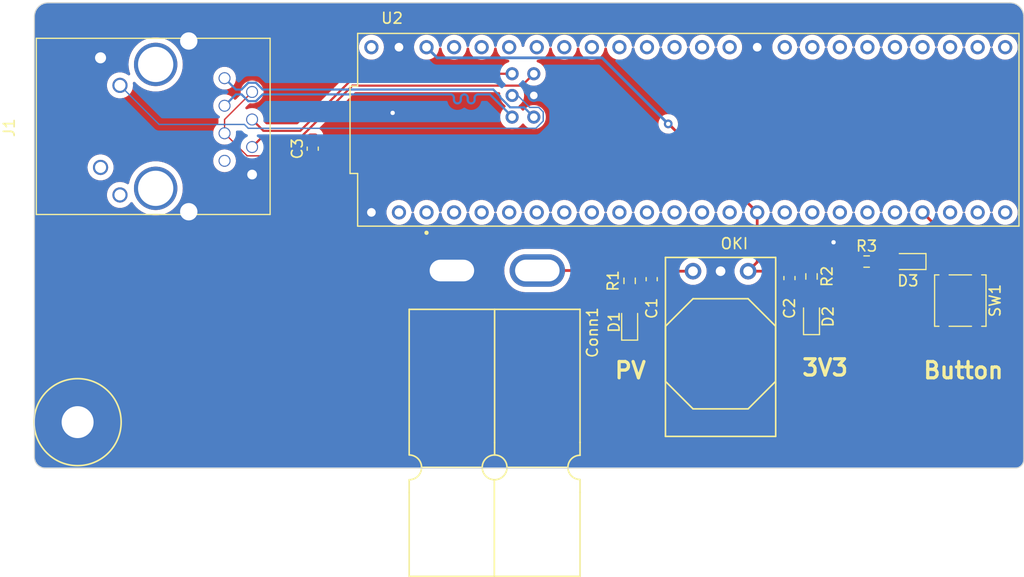
<source format=kicad_pcb>
(kicad_pcb (version 20221018) (generator pcbnew)
  (layers (0 "F.Cu" signal) (31 "B.Cu" signal) (34 "B.Paste" user) (35 "F.Paste" user) (36 "B.SilkS" user "B.Silkscreen") (37 "F.SilkS" user "F.Silkscreen") (38 "B.Mask" user) (39 "F.Mask" user) (44 "Edge.Cuts" user))
  (net 0 "")
  (net 1 "PV")
  (net 2 "GND")
  (net 3 "+3V3")
  (net 4 "Net-(C3-Pad2)")
  (net 5 "Net-(D1-A)")
  (net 6 "Net-(D2-A)")
  (net 7 "Test_Button")
  (net 8 "Net-(D3-A)")
  (net 10 "Net-(J1-Pad10)")
  (net 12 "/T+")
  (net 13 "/T-")
  (net 15 "/R+")
  (net 16 "/R-")
  (footprint "MRDT_Shields:Teensy_4_1_Ethernet" (layer "F.Cu") (at 150.95 82.84)
    (fp_text reference "U2" (at -27.305 -10.295) (layer "F.SilkS"))
    (fp_text value "Teensy4.1_DEV-16771")
    (fp_line (start -31.18 4.03) (end -31.18 -4.03) (stroke (width 0.127)) (layer "F.SilkS"))
    (fp_line (start -30.48 -8.89) (end -30.48 -4.03) (stroke (width 0.127)) (layer "F.SilkS"))
    (fp_line (start -30.48 -8.89) (end 30.48 -8.89) (stroke (width 0.127)) (layer "F.SilkS"))
    (fp_line (start -30.48 -4.03) (end -31.18 -4.03) (stroke (width 0.127)) (layer "F.SilkS"))
    (fp_line (start -30.48 4.03) (end -31.18 4.03) (stroke (width 0.127)) (layer "F.SilkS"))
    (fp_line (start -30.48 8.89) (end -30.48 4.03) (stroke (width 0.127)) (layer "F.SilkS"))
    (fp_line (start 30.48 -8.89) (end 30.48 8.89) (stroke (width 0.127)) (layer "F.SilkS"))
    (fp_line (start 30.48 8.89) (end -30.48 8.89) (stroke (width 0.127)) (layer "F.SilkS"))
    (fp_circle (center -24.13 9.5) (end -24.03 9.5) (stroke (width 0.2)) (fill none) (layer "F.SilkS"))
    (pad "0" thru_hole circle (at -26.67 7.62) (size 1.308 1.308) (drill 0.8) (layers "*.Cu" "*.Mask"))
    (pad "1" thru_hole circle (at -24.13 7.62) (size 1.308 1.308) (drill 0.8) (layers "*.Cu" "*.Mask"))
    (pad "2" thru_hole circle (at -21.59 7.62) (size 1.308 1.308) (drill 0.8) (layers "*.Cu" "*.Mask"))
    (pad "3" thru_hole circle (at -19.05 7.62) (size 1.308 1.308) (drill 0.8) (layers "*.Cu" "*.Mask"))
    (pad "3.3V_1" thru_hole circle (at 6.35 7.62) (size 1.308 1.308) (drill 0.8) (layers "*.Cu" "*.Mask") (net 3 "+3V3"))
    (pad "3.3V_2" thru_hole circle (at -24.13 -7.62) (size 1.308 1.308) (drill 0.8) (layers "*.Cu" "*.Mask") (net 3 "+3V3"))
    (pad "4" thru_hole circle (at -16.51 7.62) (size 1.308 1.308) (drill 0.8) (layers "*.Cu" "*.Mask"))
    (pad "5" thru_hole circle (at -13.97 7.62) (size 1.308 1.308) (drill 0.8) (layers "*.Cu" "*.Mask"))
    (pad "6" thru_hole circle (at -11.43 7.62) (size 1.308 1.308) (drill 0.8) (layers "*.Cu" "*.Mask"))
    (pad "7" thru_hole circle (at -8.89 7.62) (size 1.308 1.308) (drill 0.8) (layers "*.Cu" "*.Mask"))
    (pad "8" thru_hole circle (at -6.35 7.62) (size 1.308 1.308) (drill 0.8) (layers "*.Cu" "*.Mask"))
    (pad "9" thru_hole circle (at -3.81 7.62) (size 1.308 1.308) (drill 0.8) (layers "*.Cu" "*.Mask"))
    (pad "10" thru_hole circle (at -1.27 7.62) (size 1.308 1.308) (drill 0.8) (layers "*.Cu" "*.Mask"))
    (pad "11" thru_hole circle (at 1.27 7.62) (size 1.308 1.308) (drill 0.8) (layers "*.Cu" "*.Mask"))
    (pad "12" thru_hole circle (at 3.81 7.62) (size 1.308 1.308) (drill 0.8) (layers "*.Cu" "*.Mask"))
    (pad "13" thru_hole circle (at 3.81 -7.62) (size 1.308 1.308) (drill 0.8) (layers "*.Cu" "*.Mask"))
    (pad "14" thru_hole circle (at 1.27 -7.62) (size 1.308 1.308) (drill 0.8) (layers "*.Cu" "*.Mask"))
    (pad "15" thru_hole circle (at -1.27 -7.62) (size 1.308 1.308) (drill 0.8) (layers "*.Cu" "*.Mask"))
    (pad "16" thru_hole circle (at -3.81 -7.62) (size 1.308 1.308) (drill 0.8) (layers "*.Cu" "*.Mask"))
    (pad "17" thru_hole circle (at -6.35 -7.62) (size 1.308 1.308) (drill 0.8) (layers "*.Cu" "*.Mask"))
    (pad "18" thru_hole circle (at -8.89 -7.62) (size 1.308 1.308) (drill 0.8) (layers "*.Cu" "*.Mask"))
    (pad "19" thru_hole circle (at -11.43 -7.62) (size 1.308 1.308) (drill 0.8) (layers "*.Cu" "*.Mask"))
    (pad "20" thru_hole circle (at -13.97 -7.62) (size 1.308 1.308) (drill 0.8) (layers "*.Cu" "*.Mask"))
    (pad "21" thru_hole circle (at -16.51 -7.62) (size 1.308 1.308) (drill 0.8) (layers "*.Cu" "*.Mask"))
    (pad "22" thru_hole circle (at -19.05 -7.62) (size 1.308 1.308) (drill 0.8) (layers "*.Cu" "*.Mask"))
    (pad "23" thru_hole circle (at -21.59 -7.62) (size 1.308 1.308) (drill 0.8) (layers "*.Cu" "*.Mask"))
    (pad "24" thru_hole circle (at 8.89 7.62) (size 1.308 1.308) (drill 0.8) (layers "*.Cu" "*.Mask"))
    (pad "25" thru_hole circle (at 11.43 7.62) (size 1.308 1.308) (drill 0.8) (layers "*.Cu" "*.Mask"))
    (pad "26" thru_hole circle (at 13.97 7.62) (size 1.308 1.308) (drill 0.8) (layers "*.Cu" "*.Mask"))
    (pad "27" thru_hole circle (at 16.51 7.62) (size 1.308 1.308) (drill 0.8) (layers "*.Cu" "*.Mask"))
    (pad "28" thru_hole circle (at 19.05 7.62) (size 1.308 1.308) (drill 0.8) (layers "*.Cu" "*.Mask"))
    (pad "29" thru_hole circle (at 21.59 7.62) (size 1.308 1.308) (drill 0.8) (layers "*.Cu" "*.Mask") (net 7 "Test_Button"))
    (pad "30" thru_hole circle (at 24.13 7.62) (size 1.308 1.308) (drill 0.8) (layers "*.Cu" "*.Mask"))
    (pad "31" thru_hole circle (at 26.67 7.62) (size 1.308 1.308) (drill 0.8) (layers "*.Cu" "*.Mask"))
    (pad "32" thru_hole circle (at 29.21 7.62) (size 1.308 1.308) (drill 0.8) (layers "*.Cu" "*.Mask"))
    (pad "33" thru_hole circle (at 29.21 -7.62) (size 1.308 1.308) (drill 0.8) (layers "*.Cu" "*.Mask"))
    (pad "34" thru_hole circle (at 26.67 -7.62) (size 1.308 1.308) (drill 0.8) (layers "*.Cu" "*.Mask"))
    (pad "35" thru_hole circle (at 24.13 -7.62) (size 1.308 1.308) (drill 0.8) (layers "*.Cu" "*.Mask"))
    (pad "36" thru_hole circle (at 21.59 -7.62) (size 1.308 1.308) (drill 0.8) (layers "*.Cu" "*.Mask"))
    (pad "37" thru_hole circle (at 19.05 -7.62) (size 1.308 1.308) (drill 0.8) (layers "*.Cu" "*.Mask"))
    (pad "38" thru_hole circle (at 16.51 -7.62) (size 1.308 1.308) (drill 0.8) (layers "*.Cu" "*.Mask"))
    (pad "39" thru_hole circle (at 13.97 -7.62) (size 1.308 1.308) (drill 0.8) (layers "*.Cu" "*.Mask"))
    (pad "40" thru_hole circle (at 11.43 -7.62) (size 1.308 1.308) (drill 0.8) (layers "*.Cu" "*.Mask"))
    (pad "41" thru_hole circle (at 8.89 -7.62) (size 1.308 1.308) (drill 0.8) (layers "*.Cu" "*.Mask"))
    (pad "GND1" thru_hole circle (at -29.21 7.62) (size 1.308 1.308) (drill 0.8) (layers "*.Cu" "*.Mask") (net 2 "GND"))
    (pad "GND2" thru_hole circle (at 6.35 -7.62) (size 1.308 1.308) (drill 0.8) (layers "*.Cu" "*.Mask") (net 2 "GND"))
    (pad "GND3" thru_hole circle (at -26.67 -7.62) (size 1.308 1.308) (drill 0.8) (layers "*.Cu" "*.Mask") (net 2 "GND"))
    (pad "GND5" thru_hole circle (at -14.24 -3.17) (size 1.208 1.208) (drill 0.7) (layers "*.Cu" "*.Mask") (net 2 "GND"))
    (pad "LED" thru_hole circle (at -16.24 -3.17) (size 1.208 1.208) (drill 0.7) (layers "*.Cu" "*.Mask") (net 10 "Net-(J1-Pad10)"))
    (pad "R+" thru_hole circle (at -16.24 -5.17) (size 1.208 1.208) (drill 0.7) (layers "*.Cu" "*.Mask") (net 15 "/R+"))
    (pad "R-" thru_hole circle (at -14.24 -5.17) (size 1.208 1.208) (drill 0.7) (layers "*.Cu" "*.Mask") (net 16 "/R-"))
    (pad "T+" thru_hole circle (at -14.24 -1.17) (size 1.208 1.208) (drill 0.7) (layers "*.Cu" "*.Mask") (net 12 "/T+"))
    (pad "T-" thru_hole circle (at -16.24 -1.17) (size 1.208 1.208) (drill 0.7) (layers "*.Cu" "*.Mask") (net 13 "/T-"))
    (pad "VIN" thru_hole circle (at -29.21 -7.62) (size 1.308 1.308) (drill 0.8) (layers "*.Cu" "*.Mask"))
  )
  (footprint "LED_SMD:LED_0603_1608Metric_Pad1.05x0.95mm_HandSolder" (layer "F.Cu") (at 171.196 94.996 180)
    (fp_text reference "D3" (at 0 -1.778) (layer "F.SilkS"))
    (fp_text value "Blue")
    (fp_line (start -1.66 -0.735) (end -1.66 0.735) (stroke (width 0.12)) (layer "F.SilkS"))
    (fp_line (start -1.66 0.735) (end 0.8 0.735) (stroke (width 0.12)) (layer "F.SilkS"))
    (fp_line (start 0.8 -0.735) (end -1.66 -0.735) (stroke (width 0.12)) (layer "F.SilkS"))
    (pad "1" smd roundrect (at -0.875 0 180) (size 1.05 0.95) (layers "F.Cu" "F.Paste" "F.Mask") (net 7 "Test_Button"))
    (pad "2" smd roundrect (at 0.875 0 180) (size 1.05 0.95) (layers "F.Cu" "F.Paste" "F.Mask") (net 8 "Net-(D3-A)"))
  )
  (footprint "LED_SMD:LED_0603_1608Metric_Pad1.05x0.95mm_HandSolder" (layer "F.Cu") (at 145.542 100.584 90)
    (fp_text reference "D1" (at 0 -1.43 90) (layer "F.SilkS"))
    (fp_text value "Green")
    (fp_line (start -1.66 -0.735) (end -1.66 0.735) (stroke (width 0.12)) (layer "F.SilkS"))
    (fp_line (start -1.66 0.735) (end 0.8 0.735) (stroke (width 0.12)) (layer "F.SilkS"))
    (fp_line (start 0.8 -0.735) (end -1.66 -0.735) (stroke (width 0.12)) (layer "F.SilkS"))
    (pad "1" smd roundrect (at -0.875 0 90) (size 1.05 0.95) (layers "F.Cu" "F.Paste" "F.Mask") (net 2 "GND"))
    (pad "2" smd roundrect (at 0.875 0 90) (size 1.05 0.95) (layers "F.Cu" "F.Paste" "F.Mask") (net 5 "Net-(D1-A)"))
  )
  (footprint "Capacitor_SMD:C_0603_1608Metric_Pad1.08x0.95mm_HandSolder" (layer "F.Cu") (at 160.274 96.52 -90)
    (fp_text reference "C2" (at 2.794 0 90) (layer "F.SilkS"))
    (fp_text value "10uF")
    (fp_line (start -0.146267 -0.51) (end 0.146267 -0.51) (stroke (width 0.12)) (layer "F.SilkS"))
    (fp_line (start -0.146267 0.51) (end 0.146267 0.51) (stroke (width 0.12)) (layer "F.SilkS"))
    (pad "1" smd roundrect (at -0.8625 0 270) (size 1.075 0.95) (layers "F.Cu" "F.Paste" "F.Mask") (net 3 "+3V3"))
    (pad "2" smd roundrect (at 0.8625 0 270) (size 1.075 0.95) (layers "F.Cu" "F.Paste" "F.Mask") (net 2 "GND"))
  )
  (footprint "Resistor_SMD:R_0603_1608Metric_Pad0.98x0.95mm_HandSolder" (layer "F.Cu") (at 162.306 96.3695 -90)
    (fp_text reference "R2" (at 0 -1.43 90) (layer "F.SilkS"))
    (fp_text value "120")
    (fp_line (start -0.254724 -0.5225) (end 0.254724 -0.5225) (stroke (width 0.12)) (layer "F.SilkS"))
    (fp_line (start -0.254724 0.5225) (end 0.254724 0.5225) (stroke (width 0.12)) (layer "F.SilkS"))
    (pad "1" smd roundrect (at -0.9125 0 270) (size 0.975 0.95) (layers "F.Cu" "F.Paste" "F.Mask") (net 3 "+3V3"))
    (pad "2" smd roundrect (at 0.9125 0 270) (size 0.975 0.95) (layers "F.Cu" "F.Paste" "F.Mask") (net 6 "Net-(D2-A)"))
  )
  (footprint "Resistor_SMD:R_0603_1608Metric_Pad0.98x0.95mm_HandSolder" (layer "F.Cu") (at 145.542 96.774 -90)
    (fp_text reference "R1" (at 0 1.524 90) (layer "F.SilkS"))
    (fp_text value "3k")
    (fp_line (start -0.254724 -0.5225) (end 0.254724 -0.5225) (stroke (width 0.12)) (layer "F.SilkS"))
    (fp_line (start -0.254724 0.5225) (end 0.254724 0.5225) (stroke (width 0.12)) (layer "F.SilkS"))
    (pad "1" smd roundrect (at -0.9125 0 270) (size 0.975 0.95) (layers "F.Cu" "F.Paste" "F.Mask") (net 1 "PV"))
    (pad "2" smd roundrect (at 0.9125 0 270) (size 0.975 0.95) (layers "F.Cu" "F.Paste" "F.Mask") (net 5 "Net-(D1-A)"))
  )
  (footprint "LED_SMD:LED_0603_1608Metric_Pad1.05x0.95mm_HandSolder" (layer "F.Cu") (at 162.306 100.076 90)
    (fp_text reference "D2" (at 0 1.524 90) (layer "F.SilkS"))
    (fp_text value "Green")
    (fp_line (start -1.66 -0.735) (end -1.66 0.735) (stroke (width 0.12)) (layer "F.SilkS"))
    (fp_line (start -1.66 0.735) (end 0.8 0.735) (stroke (width 0.12)) (layer "F.SilkS"))
    (fp_line (start 0.8 -0.735) (end -1.66 -0.735) (stroke (width 0.12)) (layer "F.SilkS"))
    (pad "1" smd roundrect (at -0.875 0 90) (size 1.05 0.95) (layers "F.Cu" "F.Paste" "F.Mask") (net 2 "GND"))
    (pad "2" smd roundrect (at 0.875 0 90) (size 1.05 0.95) (layers "F.Cu" "F.Paste" "F.Mask") (net 6 "Net-(D2-A)"))
  )
  (footprint "MRDT_Connectors:Square_Anderson_2_H_Side_By_Side_PV" (layer "F.Cu") (at 128.859 95.6982 90)
    (fp_text reference "Conn1" (at -5.85 13.25 90) (layer "F.SilkS"))
    (fp_text value "AndersonPP")
    (fp_line (start -28.344 -3.637) (end -28.344 12.111) (stroke (width 0.15)) (layer "F.SilkS"))
    (fp_line (start -28.3186 -3.637) (end -20.5716 -3.637) (stroke (width 0.15)) (layer "F.SilkS"))
    (fp_line (start -28.3186 4.2116) (end -19.4286 4.2116) (stroke (width 0.15)) (layer "F.SilkS"))
    (fp_line (start -20.597 12.111) (end -19.4286 12.111) (stroke (width 0.15)) (layer "F.SilkS"))
    (fp_line (start -20.5716 12.111) (end -28.3186 12.111) (stroke (width 0.15)) (layer "F.SilkS"))
    (fp_line (start -19.4286 -3.637) (end -20.6478 -3.637) (stroke (width 0.15)) (layer "F.SilkS"))
    (fp_line (start -18.2856 -2.494) (end -18.2856 -1.3256) (stroke (width 0.15)) (layer "F.SilkS"))
    (fp_line (start -18.2856 1.951) (end -18.2856 -1.3256) (stroke (width 0.15)) (layer "F.SilkS"))
    (fp_line (start -18.2856 1.951) (end -18.2856 3.094) (stroke (width 0.15)) (layer "F.SilkS"))
    (fp_line (start -18.2856 6.523) (end -18.2856 5.38) (stroke (width 0.15)) (layer "F.SilkS"))
    (fp_line (start -18.2856 6.523) (end -18.2856 9.825) (stroke (width 0.15)) (layer "F.SilkS"))
    (fp_line (start -18.2856 9.7996) (end -18.2856 10.968) (stroke (width 0.15)) (layer "F.SilkS"))
    (fp_line (start -16.025 -3.637) (end -17.1172 -3.637) (stroke (width 0.15)) (layer "F.SilkS"))
    (fp_line (start -15.9996 -3.637) (end -3.706 -3.637) (stroke (width 0.15)) (layer "F.SilkS"))
    (fp_line (start -15.9996 4.237) (end -17.1426 4.237) (stroke (width 0.15)) (layer "F.SilkS"))
    (fp_line (start -15.9996 4.237) (end -3.706 4.237) (stroke (width 0.15)) (layer "F.SilkS"))
    (fp_line (start -15.9996 12.111) (end -3.706 12.111) (stroke (width 0.15)) (layer "F.SilkS"))
    (fp_line (start -15.9742 12.111) (end -17.168 12.111) (stroke (width 0.15)) (layer "F.SilkS"))
    (fp_line (start -3.706 -3.637) (end -3.706 12.111) (stroke (width 0.15)) (layer "F.SilkS"))
    (fp_arc (start -19.4032 12.111) (mid -19.075863 11.320737) (end -18.2856 10.9934) (stroke (width 0.15)) (layer "F.SilkS"))
    (fp_arc (start -18.2856 -2.494) (mid -19.093823 -2.828777) (end -19.4286 -3.637) (stroke (width 0.15)) (layer "F.SilkS"))
    (fp_arc (start -18.2856 10.9934) (mid -17.495337 11.320737) (end -17.168 12.111) (stroke (width 0.15)) (layer "F.SilkS"))
    (fp_arc (start -17.1426 -3.637) (mid -17.477377 -2.828777) (end -18.2856 -2.494) (stroke (width 0.15)) (layer "F.SilkS"))
    (fp_circle (center -18.2856 4.237) (end -18.2856 5.38) (stroke (width 0.15)) (fill none) (layer "F.SilkS"))
    (pad "1" thru_hole oval (at -0.1246 0.3 90) (size 3 5.1) (drill oval 2 4.1) (layers "*.Cu" "*.Mask") (net 2 "GND"))
    (pad "4" thru_hole oval (at -0.1246 8.174 90) (size 3 5.1) (drill oval 2 4.1) (layers "*.Cu" "*.Mask") (net 1 "PV"))
  )
  (footprint "MRDT_Connectors:RJ45_Teensy" (layer "F.Cu") (at 88.854 82.65 -90)
    (fp_text reference "J1" (at 0 0.5 90) (layer "F.SilkS"))
    (fp_text value "RJ45_LED_Shielded")
    (fp_line (start -8.25 -23.55) (end 8 -23.55) (stroke (width 0.12)) (layer "F.SilkS"))
    (fp_line (start -8.25 -2) (end -8.25 -23.55) (stroke (width 0.12)) (layer "F.SilkS"))
    (fp_line (start -8.25 -2) (end 8 -2) (stroke (width 0.12)) (layer "F.SilkS"))
    (fp_line (start 8 -2) (end 8 -23.55) (stroke (width 0.12)) (layer "F.SilkS"))
    (pad "1" thru_hole circle (at -4.57 -19.35 270) (size 1.1 1.1) (drill 0.9) (layers "*.Cu" "*.Mask") (net 12 "/T+"))
    (pad "2" thru_hole circle (at -3.3 -21.89 270) (size 1.1 1.1) (drill 0.9) (layers "*.Cu" "*.Mask") (net 4 "Net-(C3-Pad2)"))
    (pad "3" thru_hole circle (at -2.03 -19.35 270) (size 1.1 1.1) (drill 0.9) (layers "*.Cu" "*.Mask") (net 13 "/T-"))
    (pad "4" thru_hole circle (at -0.76 -21.89 270) (size 1.1 1.1) (drill 0.9) (layers "*.Cu" "*.Mask") (net 15 "/R+"))
    (pad "5" thru_hole circle (at 0.51 -19.35 270) (size 1.1 1.1) (drill 0.9) (layers "*.Cu" "*.Mask") (net 4 "Net-(C3-Pad2)"))
    (pad "6" thru_hole circle (at 1.78 -21.89 270) (size 1.1 1.1) (drill 0.9) (layers "*.Cu" "*.Mask") (net 16 "/R-"))
    (pad "7" thru_hole circle (at 3.05 -19.35 270) (size 1.1 1.1) (drill 0.9) (layers "*.Cu" "*.Mask"))
    (pad "8" thru_hole circle (at 4.32 -21.89 270) (size 1.1 1.1) (drill 0.9) (layers "*.Cu" "*.Mask") (net 2 "GND"))
    (pad "9" thru_hole circle (at -6.45 -7.92 270) (size 1.4 1.4) (drill 1.02) (layers "*.Cu" "*.Mask") (net 2 "GND"))
    (pad "10" thru_hole circle (at -3.91 -9.71 270) (size 1.4 1.4) (drill 1.02) (layers "*.Cu" "*.Mask") (net 10 "Net-(J1-Pad10)"))
    (pad "11" thru_hole circle (at 3.66 -7.92 270) (size 1.4 1.4) (drill 1.02) (layers "*.Cu" "*.Mask"))
    (pad "12" thru_hole circle (at 6.2 -9.71 270) (size 1.4 1.4) (drill 1.02) (layers "*.Cu" "*.Mask"))
    (pad "13" thru_hole circle (at -5.84 -13 270) (size 4 4) (drill 3.25) (layers "*.Cu" "*.Mask"))
    (pad "14" thru_hole circle (at 5.59 -13 270) (size 4 4) (drill 3.25) (layers "*.Cu" "*.Mask"))
    (pad "SH" thru_hole circle (at -8 -16.05 270) (size 2 2) (drill 1.6) (layers "*.Cu" "*.Mask") (net 2 "GND"))
    (pad "SH" thru_hole circle (at 7.75 -16.05 270) (size 2 2) (drill 1.6) (layers "*.Cu" "*.Mask") (net 2 "GND"))
  )
  (footprint "Capacitor_SMD:C_0603_1608Metric_Pad1.08x0.95mm_HandSolder" (layer "F.Cu") (at 147.574 96.6205 -90)
    (fp_text reference "C1" (at 2.6935 0 90) (layer "F.SilkS"))
    (fp_text value "10uF")
    (fp_line (start -0.146267 -0.51) (end 0.146267 -0.51) (stroke (width 0.12)) (layer "F.SilkS"))
    (fp_line (start -0.146267 0.51) (end 0.146267 0.51) (stroke (width 0.12)) (layer "F.SilkS"))
    (pad "1" smd roundrect (at -0.8625 0 270) (size 1.075 0.95) (layers "F.Cu" "F.Paste" "F.Mask") (net 1 "PV"))
    (pad "2" smd roundrect (at 0.8625 0 270) (size 1.075 0.95) (layers "F.Cu" "F.Paste" "F.Mask") (net 2 "GND"))
  )
  (footprint "MRDT_Drill_Holes:4_40_Hole_Corner" (layer "F.Cu") (at 98.6677 105.8023 180)
    (fp_text reference "REF**" hide)
    (fp_text value "4_40_Hole" hide)
    (fp_circle (center 4.00812 -4.00812) (end 4.00812 0.00508) (stroke (width 0.15)) (fill none) (layer "F.SilkS"))
    (pad "" np_thru_hole circle (at 4.00812 -4.00812 180) (size 2.9464 2.9464) (drill 2.9464) (layers "*.Cu" "*.Mask") (clearance 2.5))
  )
  (footprint "Resistor_SMD:R_0603_1608Metric_Pad0.98x0.95mm_HandSolder" (layer "F.Cu") (at 167.386 94.996)
    (fp_text reference "R3" (at 0 -1.43) (layer "F.SilkS"))
    (fp_text value "120")
    (fp_line (start -0.254724 -0.5225) (end 0.254724 -0.5225) (stroke (width 0.12)) (layer "F.SilkS"))
    (fp_line (start -0.254724 0.5225) (end 0.254724 0.5225) (stroke (width 0.12)) (layer "F.SilkS"))
    (pad "1" smd roundrect (at -0.9125 0) (size 0.975 0.95) (layers "F.Cu" "F.Paste" "F.Mask") (net 3 "+3V3"))
    (pad "2" smd roundrect (at 0.9125 0) (size 0.975 0.95) (layers "F.Cu" "F.Paste" "F.Mask") (net 8 "Net-(D3-A)"))
  )
  (footprint "MRDT_Devices:OKI_Horizontal" (layer "F.Cu") (at 151.384 95.885)
    (fp_text reference "U1" hide)
    (fp_text value "OKI" (at 3.81 -2.54) (layer "F.SilkS"))
    (fp_line (start -2.54 -1.27) (end 7.62 -1.27) (stroke (width 0.15)) (layer "F.SilkS"))
    (fp_line (start -2.54 5.08) (end 0 2.54) (stroke (width 0.15)) (layer "F.SilkS"))
    (fp_line (start -2.54 10.16) (end -2.54 5.08) (stroke (width 0.15)) (layer "F.SilkS"))
    (fp_line (start -2.54 15.24) (end -2.54 -1.27) (stroke (width 0.15)) (layer "F.SilkS"))
    (fp_line (start -2.54 15.24) (end 7.62 15.24) (stroke (width 0.15)) (layer "F.SilkS"))
    (fp_line (start 0 2.54) (end 5.08 2.54) (stroke (width 0.15)) (layer "F.SilkS"))
    (fp_line (start 0 12.7) (end -2.54 10.16) (stroke (width 0.15)) (layer "F.SilkS"))
    (fp_line (start 5.08 2.54) (end 7.62 5.08) (stroke (width 0.15)) (layer "F.SilkS"))
    (fp_line (start 5.08 12.7) (end 0 12.7) (stroke (width 0.15)) (layer "F.SilkS"))
    (fp_line (start 7.62 -1.27) (end 7.62 15.24) (stroke (width 0.15)) (layer "F.SilkS"))
    (fp_line (start 7.62 5.08) (end 7.62 10.16) (stroke (width 0.15)) (layer "F.SilkS"))
    (fp_line (start 7.62 10.16) (end 5.08 12.7) (stroke (width 0.15)) (layer "F.SilkS"))
    (pad "1" thru_hole circle (at 0 0) (size 1.524 1.524) (drill 0.889) (layers "*.Cu" "*.Mask") (net 1 "PV"))
    (pad "2" thru_hole circle (at 2.54 0) (size 1.524 1.524) (drill 0.889) (layers "*.Cu" "*.Mask") (net 2 "GND"))
    (pad "3" thru_hole circle (at 5.08 0) (size 1.524 1.524) (drill 0.889) (layers "*.Cu" "*.Mask") (net 3 "+3V3"))
  )
  (footprint "Button_Switch_SMD:SW_SPST_TL3305A" (layer "F.Cu") (at 176.022 98.596 -90)
    (fp_text reference "SW1" (at 0 -3.2 90) (layer "F.SilkS"))
    (fp_text value "SW_Push")
    (fp_line (start -2.37 -2.37) (end -2.37 -1.97) (stroke (width 0.12)) (layer "F.SilkS"))
    (fp_line (start -2.37 -2.37) (end 2.37 -2.37) (stroke (width 0.12)) (layer "F.SilkS"))
    (fp_line (start -2.37 1.03) (end -2.37 -1.03) (stroke (width 0.12)) (layer "F.SilkS"))
    (fp_line (start -2.37 2.37) (end -2.37 1.97) (stroke (width 0.12)) (layer "F.SilkS"))
    (fp_line (start -2.37 2.37) (end 2.37 2.37) (stroke (width 0.12)) (layer "F.SilkS"))
    (fp_line (start 2.37 -2.37) (end 2.37 -1.97) (stroke (width 0.12)) (layer "F.SilkS"))
    (fp_line (start 2.37 1.03) (end 2.37 -1.03) (stroke (width 0.12)) (layer "F.SilkS"))
    (fp_line (start 2.37 2.37) (end 2.37 1.97) (stroke (width 0.12)) (layer "F.SilkS"))
    (pad "1" smd rect (at -3.6 -1.5 270) (size 1.6 1.4) (layers "F.Cu" "F.Paste" "F.Mask") (net 2 "GND"))
    (pad "1" smd rect (at 3.6 -1.5 270) (size 1.6 1.4) (layers "F.Cu" "F.Paste" "F.Mask") (net 2 "GND"))
    (pad "2" smd rect (at -3.6 1.5 270) (size 1.6 1.4) (layers "F.Cu" "F.Paste" "F.Mask") (net 7 "Test_Button"))
    (pad "2" smd rect (at 3.6 1.5 270) (size 1.6 1.4) (layers "F.Cu" "F.Paste" "F.Mask") (net 7 "Test_Button"))
  )
  (footprint "Capacitor_SMD:C_0603_1608Metric_Pad1.08x0.95mm_HandSolder" (layer "F.Cu") (at 116.332 84.582 90)
    (fp_text reference "C3" (at 0 -1.43 90) (layer "F.SilkS"))
    (fp_text value "0.1uF")
    (fp_line (start -0.146267 -0.51) (end 0.146267 -0.51) (stroke (width 0.12)) (layer "F.SilkS"))
    (fp_line (start -0.146267 0.51) (end 0.146267 0.51) (stroke (width 0.12)) (layer "F.SilkS"))
    (pad "1" smd roundrect (at -0.8625 0 90) (size 1.075 0.95) (layers "F.Cu" "F.Paste" "F.Mask") (net 2 "GND"))
    (pad "2" smd roundrect (at 0.8625 0 90) (size 1.075 0.95) (layers "F.Cu" "F.Paste" "F.Mask") (net 4 "Net-(C3-Pad2)"))
  )
  (gr_arc (start 90.678 72.39) (mid 91.049974 71.491974) (end 91.948 71.12) (stroke (width 0.1)) (layer "Edge.Cuts"))
  (gr_arc (start 180.594 71.12) (mid 181.492026 71.491974) (end 181.864 72.39) (stroke (width 0.1)) (layer "Edge.Cuts"))
  (gr_arc (start 181.864 113.284) (mid 181.640815 113.822815) (end 181.102 114.046) (stroke (width 0.1)) (layer "Edge.Cuts"))
  (gr_line (start 180.594 71.12) (end 91.948 71.12) (stroke (width 0.1)) (layer "Edge.Cuts"))
  (gr_line (start 91.694 114.046) (end 181.102 114.046) (stroke (width 0.1)) (layer "Edge.Cuts"))
  (gr_line (start 90.678 113.03) (end 90.678 72.39) (stroke (width 0.1)) (layer "Edge.Cuts"))
  (gr_arc (start 91.694 114.046) (mid 90.97558 113.74842) (end 90.678 113.03) (stroke (width 0.1)) (layer "Edge.Cuts"))
  (gr_line (start 181.864 113.284) (end 181.864 72.39) (stroke (width 0.1)) (layer "Edge.Cuts"))
  (gr_text "Button" (at 172.466 105.918) (layer "F.SilkS") (effects (font (size 1.5 1.5) (thickness 0.3) bold) (justify left bottom)))
  (gr_text "3V3" (at 161.29 105.664) (layer "F.SilkS") (effects (font (size 1.5 1.5) (thickness 0.3) bold) (justify left bottom)))
  (gr_text "PV" (at 144.018 105.918) (layer "F.SilkS") (effects (font (size 1.5 1.5) (thickness 0.3) bold) (justify left bottom)))
  (segment (start 145.542 95.8615) (end 147.4705 95.8615) (width 0.254) (layer "F.Cu") (net 1))
  (segment (start 137.033 95.8228) (end 145.5033 95.8228) (width 0.254) (layer "F.Cu") (net 1))
  (segment (start 147.4705 95.8615) (end 147.574 95.758) (width 0.254) (layer "F.Cu") (net 1))
  (segment (start 145.5033 95.8228) (end 145.542 95.8615) (width 0.254) (layer "F.Cu") (net 1))
  (segment (start 147.701 95.885) (end 151.384 95.885) (width 0.254) (layer "F.Cu") (net 1))
  (segment (start 147.574 95.758) (end 147.701 95.885) (width 0.254) (layer "F.Cu") (net 1))
  (segment (start 116.332 85.4445) (end 116.7245 85.4445) (width 0.254) (layer "F.Cu") (net 2))
  (segment (start 129.159 95.8228) (end 127.1028 95.8228) (width 0.254) (layer "F.Cu") (net 2))
  (segment (start 121.68 90.4) (end 121.74 90.46) (width 0.254) (layer "F.Cu") (net 2))
  (via (at 123.698 81.28) (size 0.8) (drill 0.4) (layers "F.Cu" "B.Cu") (net 2))
  (via (at 164.338 93.218) (size 0.8) (drill 0.4) (layers "F.Cu" "B.Cu") (net 2))
  (segment (start 162.1055 95.6575) (end 162.306 95.457) (width 0.254) (layer "F.Cu") (net 3))
  (segment (start 156.464 95.885) (end 160.0465 95.885) (width 0.254) (layer "F.Cu") (net 3))
  (segment (start 160.0465 95.885) (end 160.274 95.6575) (width 0.254) (layer "F.Cu") (net 3))
  (segment (start 166.0125 95.457) (end 166.4735 94.996) (width 0.254) (layer "F.Cu") (net 3))
  (segment (start 149.136 82.296) (end 149.098 82.296) (width 0.254) (layer "F.Cu") (net 3))
  (segment (start 157.3 90.46) (end 149.136 82.296) (width 0.254) (layer "F.Cu") (net 3))
  (segment (start 157.3 90.46) (end 157.3 95.049) (width 0.254) (layer "F.Cu") (net 3))
  (segment (start 160.274 95.6575) (end 162.1055 95.6575) (width 0.254) (layer "F.Cu") (net 3))
  (segment (start 157.3 95.049) (end 156.464 95.885) (width 0.254) (layer "F.Cu") (net 3))
  (segment (start 162.306 95.457) (end 166.0125 95.457) (width 0.254) (layer "F.Cu") (net 3))
  (via (at 149.098 82.296) (size 0.8) (drill 0.4) (layers "F.Cu" "B.Cu") (net 3))
  (segment (start 149.098 82.296) (end 143.003 76.201) (width 0.254) (layer "B.Cu") (net 3))
  (segment (start 143.003 76.201) (end 127.801 76.201) (width 0.254) (layer "B.Cu") (net 3))
  (segment (start 127.801 76.201) (end 126.82 75.22) (width 0.254) (layer "B.Cu") (net 3))
  (segment (start 108.204 83.16) (end 108.204 81.89) (width 0.127) (layer "F.Cu") (net 4))
  (segment (start 114.808 85.2435) (end 110.2875 85.2435) (width 0.127) (layer "F.Cu") (net 4))
  (segment (start 110.2875 85.2435) (end 108.204 83.16) (width 0.127) (layer "F.Cu") (net 4))
  (segment (start 108.204 81.89) (end 110.744 79.35) (width 0.127) (layer "F.Cu") (net 4))
  (segment (start 116.332 83.7195) (end 114.808 85.2435) (width 0.127) (layer "F.Cu") (net 4))
  (segment (start 145.542 97.6865) (end 145.542 99.709) (width 0.254) (layer "F.Cu") (net 5))
  (segment (start 162.306 97.282) (end 162.306 99.201) (width 0.254) (layer "F.Cu") (net 6))
  (segment (start 174.522 94.996) (end 174.522 102.196) (width 0.254) (layer "F.Cu") (net 7))
  (segment (start 172.071 94.996) (end 174.522 94.996) (width 0.254) (layer "F.Cu") (net 7))
  (segment (start 174.522 92.442) (end 172.54 90.46) (width 0.254) (layer "F.Cu") (net 7))
  (segment (start 174.522 94.996) (end 174.522 92.442) (width 0.254) (layer "F.Cu") (net 7))
  (segment (start 168.402 94.996) (end 168.2985 94.996) (width 0.254) (layer "F.Cu") (net 8))
  (segment (start 170.321 94.996) (end 168.2985 94.996) (width 0.254) (layer "F.Cu") (net 8))
  (segment (start 168.402 94.996) (end 168.656 95.25) (width 0.254) (layer "F.Cu") (net 8))
  (segment (start 137.5775 82.029331) (end 137.5775 81.1895) (width 0.127) (layer "B.Cu") (net 10))
  (segment (start 135.224066 79.67) (end 134.71 79.67) (width 0.127) (layer "B.Cu") (net 10))
  (segment (start 110.0325 82.3465) (end 110.3895 82.7035) (width 0.127) (layer "B.Cu") (net 10))
  (segment (start 102.1705 82.3465) (end 110.0325 82.3465) (width 0.127) (layer "B.Cu") (net 10))
  (segment (start 137.5775 81.1895) (end 137.16 80.772) (width 0.127) (layer "B.Cu") (net 10))
  (segment (start 110.3895 82.7035) (end 136.903331 82.7035) (width 0.127) (layer "B.Cu") (net 10))
  (segment (start 98.564 78.74) (end 102.1705 82.3465) (width 0.127) (layer "B.Cu") (net 10))
  (segment (start 136.326066 80.772) (end 135.224066 79.67) (width 0.127) (layer "B.Cu") (net 10))
  (segment (start 137.16 80.772) (end 136.326066 80.772) (width 0.127) (layer "B.Cu") (net 10))
  (segment (start 136.903331 82.7035) (end 137.5775 82.029331) (width 0.127) (layer "B.Cu") (net 10))
  (segment (start 133.604 79.84245) (end 134.52755 80.766) (width 0.2) (layer "B.Cu") (net 12))
  (segment (start 133.604 79.756) (end 133.604 79.84245) (width 0.2) (layer "B.Cu") (net 12))
  (segment (start 109.766919 79.124999) (end 109.248999 79.124999) (width 0.2) (layer "B.Cu") (net 12))
  (segment (start 110.391918 78.5) (end 109.766919 79.124999) (width 0.2) (layer "B.Cu") (net 12))
  (segment (start 134.52755 80.766) (end 135.806 80.766) (width 0.2) (layer "B.Cu") (net 12))
  (segment (start 135.806 80.766) (end 136.71 81.67) (width 0.2) (layer "B.Cu") (net 12))
  (segment (start 109.248999 79.124999) (end 108.204 78.08) (width 0.2) (layer "B.Cu") (net 12))
  (segment (start 132.972999 79.124999) (end 111.721081 79.124999) (width 0.2) (layer "B.Cu") (net 12))
  (segment (start 111.721081 79.124999) (end 111.096082 78.5) (width 0.2) (layer "B.Cu") (net 12))
  (segment (start 133.604 79.756) (end 132.972999 79.124999) (width 0.2) (layer "B.Cu") (net 12))
  (segment (start 111.096082 78.5) (end 110.391918 78.5) (width 0.2) (layer "B.Cu") (net 12))
  (segment (start 111.721081 79.575001) (end 111.096082 80.2) (width 0.2) (layer "B.Cu") (net 13))
  (segment (start 132.661001 79.575001) (end 131.572 79.575001) (width 0.2) (layer "B.Cu") (net 13))
  (segment (start 134.71 81.624) (end 132.661001 79.575001) (width 0.2) (layer "B.Cu") (net 13))
  (segment (start 109.248999 79.575001) (end 108.204 80.62) (width 0.2) (layer "B.Cu") (net 13))
  (segment (start 110.391918 80.2) (end 109.766919 79.575001) (width 0.2) (layer "B.Cu") (net 13))
  (segment (start 129.032 79.575001) (end 128.347 79.575001) (width 0.2) (layer "B.Cu") (net 13))
  (segment (start 128.347 79.575001) (end 111.721081 79.575001) (width 0.2) (layer "B.Cu") (net 13))
  (segment (start 129.9845 79.892501) (end 129.9845 80.085723) (width 0.2) (layer "B.Cu") (net 13))
  (segment (start 130.6195 80.085723) (end 130.6195 79.892501) (width 0.2) (layer "B.Cu") (net 13))
  (segment (start 109.766919 79.575001) (end 109.248999 79.575001) (width 0.2) (layer "B.Cu") (net 13))
  (segment (start 111.096082 80.2) (end 110.391918 80.2) (width 0.2) (layer "B.Cu") (net 13))
  (segment (start 134.71 81.67) (end 134.71 81.624) (width 0.2) (layer "B.Cu") (net 13))
  (segment (start 129.3495 80.085723) (end 129.3495 79.892501) (width 0.2) (layer "B.Cu") (net 13))
  (segment (start 131.2545 79.892501) (end 131.2545 80.085723) (width 0.2) (layer "B.Cu") (net 13))
  (arc (start 131.572 79.575001) (mid 131.347494 79.667995) (end 131.2545 79.892501) (width 0.2) (layer "B.Cu") (net 13))
  (arc (start 130.302 79.575001) (mid 130.077494 79.667995) (end 129.9845 79.892501) (width 0.2) (layer "B.Cu") (net 13))
  (arc (start 129.3495 79.892501) (mid 129.256506 79.667995) (end 129.032 79.575001) (width 0.2) (layer "B.Cu") (net 13))
  (arc (start 131.2545 80.085723) (mid 131.161506 80.310229) (end 130.937 80.403223) (width 0.2) (layer "B.Cu") (net 13))
  (arc (start 130.937 80.403223) (mid 130.712494 80.310229) (end 130.6195 80.085723) (width 0.2) (layer "B.Cu") (net 13))
  (arc (start 129.9845 80.085723) (mid 129.891506 80.310229) (end 129.667 80.403223) (width 0.2) (layer "B.Cu") (net 13))
  (arc (start 129.667 80.403223) (mid 129.442494 80.310229) (end 129.3495 80.085723) (width 0.2) (layer "B.Cu") (net 13))
  (arc (start 130.6195 79.892501) (mid 130.526506 79.667995) (end 130.302 79.575001) (width 0.2) (layer "B.Cu") (net 13))
  (segment (start 124.992 77.851654) (end 124.992 78.01602) (width 0.2) (layer "F.Cu") (net 15))
  (segment (start 110.744 81.89) (end 111.788999 82.934999) (width 0.2) (layer "F.Cu") (net 15))
  (segment (start 124.392 78.01602) (end 124.392 77.851654) (width 0.2) (layer "F.Cu") (net 15))
  (segment (start 126.492 78.31602) (end 127.13802 77.67) (width 0.2) (layer "F.Cu") (net 15))
  (segment (start 115.182493 82.934999) (end 119.801472 78.31602) (width 0.2) (layer "F.Cu") (net 15))
  (segment (start 126.192 77.851666) (end 126.192 78.01602) (width 0.2) (layer "F.Cu") (net 15))
  (segment (start 119.801472 78.31602) (end 124.092 78.31602) (width 0.2) (layer "F.Cu") (net 15))
  (segment (start 127.13802 77.67) (end 134.71 77.67) (width 0.2) (layer "F.Cu") (net 15))
  (segment (start 111.788999 82.934999) (end 115.182493 82.934999) (width 0.2) (layer "F.Cu") (net 15))
  (segment (start 125.592 78.01602) (end 125.592 77.851666) (width 0.2) (layer "F.Cu") (net 15))
  (arc (start 125.592 77.851666) (mid 125.679868 77.639534) (end 125.892 77.551666) (width 0.2) (layer "F.Cu") (net 15))
  (arc (start 124.692 77.551654) (mid 124.904132 77.639522) (end 124.992 77.851654) (width 0.2) (layer "F.Cu") (net 15))
  (arc (start 125.292 78.31602) (mid 125.504132 78.228152) (end 125.592 78.01602) (width 0.2) (layer "F.Cu") (net 15))
  (arc (start 124.992 78.01602) (mid 125.079868 78.228152) (end 125.292 78.31602) (width 0.2) (layer "F.Cu") (net 15))
  (arc (start 126.192 78.01602) (mid 126.279868 78.228152) (end 126.492 78.31602) (width 0.2) (layer "F.Cu") (net 15))
  (arc (start 125.892 77.551666) (mid 126.104132 77.639534) (end 126.192 77.851666) (width 0.2) (layer "F.Cu") (net 15))
  (arc (start 124.092 78.31602) (mid 124.304132 78.228152) (end 124.392 78.01602) (width 0.2) (layer "F.Cu") (net 15))
  (arc (start 124.392 77.851654) (mid 124.479868 77.639522) (end 124.692 77.551654) (width 0.2) (layer "F.Cu") (net 15))
  (segment (start 115.368859 83.385001) (end 119.98786 78.766) (width 0.2) (layer "F.Cu") (net 16))
  (segment (start 111.788999 83.385001) (end 115.368859 83.385001) (width 0.2) (layer "F.Cu") (net 16))
  (segment (start 110.744 84.43) (end 111.788999 83.385001) (width 0.2) (layer "F.Cu") (net 16))
  (segment (start 135.614 78.766) (end 136.71 77.67) (width 0.2) (layer "F.Cu") (net 16))
  (segment (start 119.98786 78.766) (end 135.614 78.766) (width 0.2) (layer "F.Cu") (net 16))
  (zone (net 2) (net_name "GND") (layer "F.Cu") (connect_pads yes (clearance 0.5)) (min_thickness 0.25) (fill yes (thermal_gap 0.5) (thermal_bridge_width 0.5))
    (polygon (pts (xy 90.678 71.12) (xy 181.864 71.12) (xy 181.864 114.046) (xy 90.678 114.046)))
  )
  (zone (net 2) (net_name "GND") (layer "B.Cu") (priority 1) (connect_pads yes (clearance 0.5)) (min_thickness 0.25) (fill yes (thermal_gap 0.5) (thermal_bridge_width 0.5))
    (polygon (pts (xy 88.9 70.866) (xy 181.864 71.12) (xy 181.864 114.046) (xy 90.678 114.046)))
  )
)
</source>
